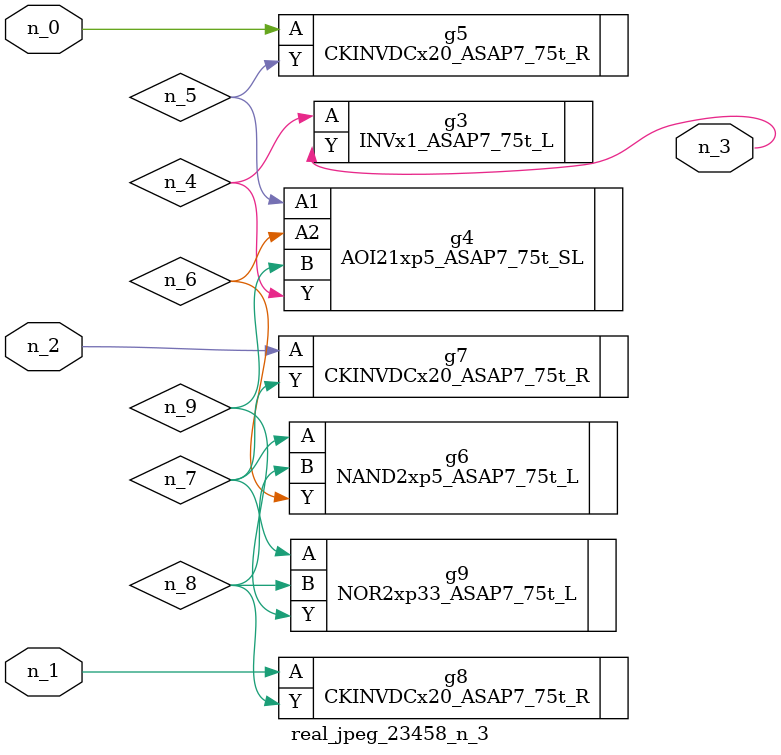
<source format=v>
module real_jpeg_23458_n_3 (n_1, n_0, n_2, n_3);

input n_1;
input n_0;
input n_2;

output n_3;

wire n_5;
wire n_4;
wire n_8;
wire n_6;
wire n_7;
wire n_9;

CKINVDCx20_ASAP7_75t_R g5 ( 
.A(n_0),
.Y(n_5)
);

CKINVDCx20_ASAP7_75t_R g8 ( 
.A(n_1),
.Y(n_8)
);

CKINVDCx20_ASAP7_75t_R g7 ( 
.A(n_2),
.Y(n_7)
);

INVx1_ASAP7_75t_L g3 ( 
.A(n_4),
.Y(n_3)
);

AOI21xp5_ASAP7_75t_SL g4 ( 
.A1(n_5),
.A2(n_6),
.B(n_9),
.Y(n_4)
);

NAND2xp5_ASAP7_75t_L g6 ( 
.A(n_7),
.B(n_8),
.Y(n_6)
);

NOR2xp33_ASAP7_75t_L g9 ( 
.A(n_7),
.B(n_8),
.Y(n_9)
);


endmodule
</source>
